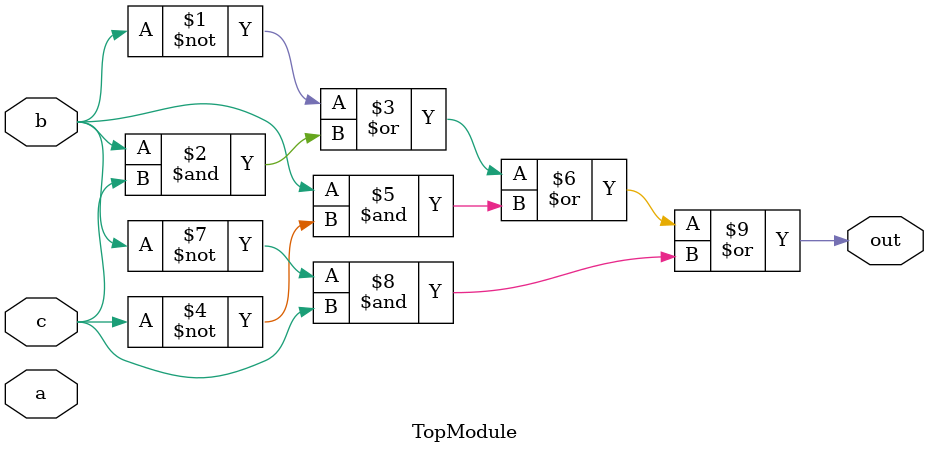
<source format=sv>

module TopModule (
  input a,
  input b,
  input c,
  output out
);
        assign out = ~b | (b & c) | (b & ~c) | (~b & c);
endmodule
/*
Status: Error running testbench

Fail Messages:The testbench simulated, but had errors. Please fix the module. The output of iverilog is as follows:
VCD info: dumpfile wave.vcd opened for output.
./execute_environment/testbench.sv:38: $finish called at 1096 (1ps)
Hint: Output 'out' has 24 mismatches. First mismatch occurred at time 5.
Hint: Total mismatched samples is 24 out of 219 samples

Simulation finished at 1096 ps
Mismatches: 24 in 219 samples
*/

/*
Misinterpretation of Multimodal Data: KMAP
*/
</source>
